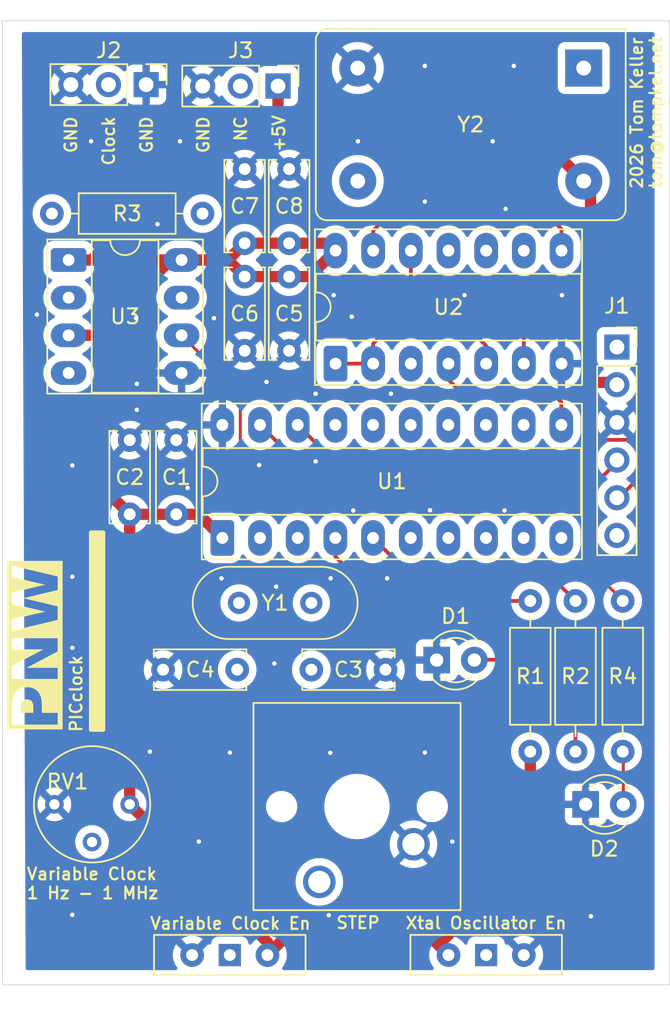
<source format=kicad_pcb>
(kicad_pcb (version 20241229) (generator "pcbnew") (generator_version "9.0")
  (layers (0 "F.Cu" signal) (4 "In1.Cu" signal) (6 "In2.Cu" signal) (2 "B.Cu" signal) (13 "F.Paste" user) (15 "B.Paste" user) (5 "F.SilkS" user "F.Silkscreen") (7 "B.SilkS" user "B.Silkscreen") (1 "F.Mask" user) (3 "B.Mask" user) (25 "Edge.Cuts" user))
  (net 0 "")
  (net 1 "+5V")
  (net 2 "GND")
  (net 3 "Net-(U1-RA4)")
  (net 4 "Net-(U1-RA5)")
  (net 5 "Net-(D1-A)")
  (net 6 "Net-(D2-A)")
  (net 7 "Net-(J1-Pin_5)")
  (net 8 "Net-(J1-Pin_4)")
  (net 10 "Net-(J1-Pin_1)")
  (net 11 "Net-(J2-Pin_2)")
  (net 12 "Net-(U1-RC5)")
  (net 13 "Net-(U3-~{OUT_A})")
  (net 14 "Net-(U3-~{OUT_B})")
  (net 15 "~{STEP_SEL}")
  (net 16 "~{HALT_SEL}")
  (net 17 "Net-(U1-RC4)")
  (net 19 "Net-(U1-RB6)")
  (net 27 "Net-(U2-Pad10)")
  (net 28 "Net-(U2-Pad12)")
  (net 29 "Net-(U2-Pad13)")
  (net 30 "Net-(Y2-OUT)")
  (net 31 "Net-(U3-IN_A)")
  (footprint "Capacitor_THT:C_Disc_D6.0mm_W2.5mm_P5.00mm" (layer "F.Cu") (at 24.422 15.346 -90)
    (property "Reference" "C7" (at 2.5 0 180) (layer "F.SilkS"))
    (property "Value" "10nF")
    (fp_line (start -0.62 1.37) (end -0.62 0.835) (stroke (width 0.12)) (layer "F.SilkS"))
    (fp_line (start 5.62 1.37) (end -0.62 1.37) (stroke (width 0.12)) (layer "F.SilkS"))
    (fp_line (start 5.62 0.835) (end 5.62 1.37) (stroke (width 0.12)) (layer "F.SilkS"))
    (fp_line (start -0.62 -0.835) (end -0.62 -1.37) (stroke (width 0.12)) (layer "F.SilkS"))
    (fp_line (start -0.62 -1.37) (end 5.62 -1.37) (stroke (width 0.12)) (layer "F.SilkS"))
    (fp_line (start 5.62 -1.37) (end 5.62 -0.835) (stroke (width 0.12)) (layer "F.SilkS"))
    (pad "1" thru_hole circle (at 0 0 270) (size 1.6 1.6) (drill 0.8) (layers "*.Cu" "*.Mask") (net 2 "GND"))
    (pad "2" thru_hole circle (at 5 0 270) (size 1.6 1.6) (drill 0.8) (layers "*.Cu" "*.Mask") (net 1 "+5V"))
  )
  (footprint "Capacitor_THT:C_Disc_D6.0mm_W2.5mm_P5.00mm" (layer "F.Cu") (at 24.422 22.596 -90)
    (property "Reference" "C6" (at 2.5 0 0) (layer "F.SilkS"))
    (property "Value" "100nF")
    (fp_line (start -0.62 1.37) (end -0.62 0.835) (stroke (width 0.12)) (layer "F.SilkS"))
    (fp_line (start 5.62 1.37) (end -0.62 1.37) (stroke (width 0.12)) (layer "F.SilkS"))
    (fp_line (start 5.62 0.835) (end 5.62 1.37) (stroke (width 0.12)) (layer "F.SilkS"))
    (fp_line (start -0.62 -0.835) (end -0.62 -1.37) (stroke (width 0.12)) (layer "F.SilkS"))
    (fp_line (start -0.62 -1.37) (end 5.62 -1.37) (stroke (width 0.12)) (layer "F.SilkS"))
    (fp_line (start 5.62 -1.37) (end 5.62 -0.835) (stroke (width 0.12)) (layer "F.SilkS"))
    (pad "1" thru_hole circle (at 0 0 270) (size 1.6 1.6) (drill 0.8) (layers "*.Cu" "*.Mask") (net 1 "+5V"))
    (pad "2" thru_hole circle (at 5 0 270) (size 1.6 1.6) (drill 0.8) (layers "*.Cu" "*.Mask") (net 2 "GND"))
  )
  (footprint "Capacitor_THT:C_Disc_D6.0mm_W2.5mm_P5.00mm" (layer "F.Cu") (at 33.922 49.096 180)
    (property "Reference" "C3" (at 2.5 0 0) (layer "F.SilkS"))
    (property "Value" "22pF")
    (fp_line (start 5.62 1.37) (end -0.62 1.37) (stroke (width 0.12)) (layer "F.SilkS"))
    (fp_line (start 5.62 0.835) (end 5.62 1.37) (stroke (width 0.12)) (layer "F.SilkS"))
    (fp_line (start 5.62 -1.37) (end 5.62 -0.835) (stroke (width 0.12)) (layer "F.SilkS"))
    (fp_line (start -0.62 1.37) (end -0.62 0.835) (stroke (width 0.12)) (layer "F.SilkS"))
    (fp_line (start -0.62 -0.835) (end -0.62 -1.37) (stroke (width 0.12)) (layer "F.SilkS"))
    (fp_line (start -0.62 -1.37) (end 5.62 -1.37) (stroke (width 0.12)) (layer "F.SilkS"))
    (pad "1" thru_hole circle (at 0 0 180) (size 1.6 1.6) (drill 0.8) (layers "*.Cu" "*.Mask") (net 2 "GND"))
    (pad "2" thru_hole circle (at 5 0 180) (size 1.6 1.6) (drill 0.8) (layers "*.Cu" "*.Mask") (net 3 "Net-(U1-RA4)"))
  )
  (footprint "Connector_PinHeader_2.54mm:PinHeader_1x03_P2.54mm_Vertical" (layer "F.Cu") (at 26.675 9.75 -90)
    (property "Reference" "J3" (at -2.4 2.525 180) (layer "F.SilkS"))
    (property "Value" "PWR_IN")
    (fp_line (start -1.38 6.46) (end 1.38 6.46) (stroke (width 0.12)) (layer "F.SilkS"))
    (fp_line (start -1.38 1.27) (end -1.38 6.46) (stroke (width 0.12)) (layer "F.SilkS"))
    (fp_line (start -1.38 1.27) (end 1.38 1.27) (stroke (width 0.12)) (layer "F.SilkS"))
    (fp_line (start 1.38 1.27) (end 1.38 6.46) (stroke (width 0.12)) (layer "F.SilkS"))
    (fp_line (start -1.38 0) (end -1.38 -1.38) (stroke (width 0.12)) (layer "F.SilkS"))
    (fp_line (start -1.38 -1.38) (end 0 -1.38) (stroke (width 0.12)) (layer "F.SilkS"))
    (pad "1" thru_hole rect (at 0 0 270) (size 1.7 1.7) (drill 1) (layers "*.Cu" "*.Mask") (net 1 "+5V"))
    (pad "2" thru_hole circle (at 0 2.54 270) (size 1.7 1.7) (drill 1) (layers "*.Cu" "*.Mask"))
    (pad "3" thru_hole circle (at 0 5.08 270) (size 1.7 1.7) (drill 1) (layers "*.Cu" "*.Mask") (net 2 "GND"))
  )
  (footprint "Resistor_THT:R_Axial_DIN0207_L6.3mm_D2.5mm_P10.16mm_Horizontal" (layer "F.Cu") (at 46.736 44.462 -90)
    (property "Reference" "R2" (at 5.08 0 180) (layer "F.SilkS"))
    (property "Value" "470R")
    (fp_line (start 1.04 0) (end 1.81 0) (stroke (width 0.12)) (layer "F.SilkS"))
    (fp_line (start 9.12 0) (end 8.35 0) (stroke (width 0.12)) (layer "F.SilkS"))
    (fp_rect (start 1.81 -1.37) (end 8.35 1.37) (stroke (width 0.12)) (fill no) (layer "F.SilkS"))
    (pad "1" thru_hole circle (at 0 0 270) (size 1.6 1.6) (drill 0.8) (layers "*.Cu" "*.Mask") (net 12 "Net-(U1-RC5)"))
    (pad "2" thru_hole circle (at 10.16 0 270) (size 1.6 1.6) (drill 0.8) (layers "*.Cu" "*.Mask") (net 5 "Net-(D1-A)"))
  )
  (footprint "Capacitor_THT:C_Disc_D6.0mm_W2.5mm_P5.00mm" (layer "F.Cu") (at 23.922 49.096 180)
    (property "Reference" "C4" (at 2.5 0 0) (layer "F.SilkS"))
    (property "Value" "22pF")
    (fp_line (start 5.62 1.37) (end -0.62 1.37) (stroke (width 0.12)) (layer "F.SilkS"))
    (fp_line (start 5.62 0.835) (end 5.62 1.37) (stroke (width 0.12)) (layer "F.SilkS"))
    (fp_line (start 5.62 -1.37) (end 5.62 -0.835) (stroke (width 0.12)) (layer "F.SilkS"))
    (fp_line (start -0.62 1.37) (end -0.62 0.835) (stroke (width 0.12)) (layer "F.SilkS"))
    (fp_line (start -0.62 -0.835) (end -0.62 -1.37) (stroke (width 0.12)) (layer "F.SilkS"))
    (fp_line (start -0.62 -1.37) (end 5.62 -1.37) (stroke (width 0.12)) (layer "F.SilkS"))
    (pad "1" thru_hole circle (at 0 0 180) (size 1.6 1.6) (drill 0.8) (layers "*.Cu" "*.Mask") (net 4 "Net-(U1-RA5)"))
    (pad "2" thru_hole circle (at 5 0 180) (size 1.6 1.6) (drill 0.8) (layers "*.Cu" "*.Mask") (net 2 "GND"))
  )
  (footprint "Package_DIP:DIP-14_W7.62mm_Socket_LongPads" (layer "F.Cu") (at 30.552 28.466 90)
    (property "Reference" "U2" (at 3.81 7.615 180) (layer "F.SilkS"))
    (property "Value" "74HCT00")
    (fp_line (start 6.06 -1.33) (end 4.81 -1.33) (stroke (width 0.12)) (layer "F.SilkS"))
    (fp_line (start 2.81 -1.33) (end 1.56 -1.33) (stroke (width 0.12)) (layer "F.SilkS"))
    (fp_line (start 1.56 -1.33) (end 1.56 16.57) (stroke (width 0.12)) (layer "F.SilkS"))
    (fp_line (start 6.06 16.57) (end 6.06 -1.33) (stroke (width 0.12)) (layer "F.SilkS"))
    (fp_line (start 1.56 16.57) (end 6.06 16.57) (stroke (width 0.12)) (layer "F.SilkS"))
    (fp_rect (start -1.44 -1.39) (end 9.06 16.63) (stroke (width 0.12)) (fill no) (layer "F.SilkS"))
    (fp_arc (start 4.81 -1.33) (mid 3.81 -0.33) (end 2.81 -1.33) (stroke (width 0.12)) (layer "F.SilkS"))
    (pad "1" thru_hole roundrect (at 0 0 90) (size 2.4 1.6) (drill 0.8) (layers "*.Cu" "*.Mask") (roundrect_rratio 0.15625) (net 16 "~{HALT_SEL}"))
    (pad "2" thru_hole oval (at 0 2.54 90) (size 2.4 1.6) (drill 0.8) (layers "*.Cu" "*.Mask") (net 16 "~{HALT_SEL}"))
    (pad "3" thru_hole oval (at 0 5.08 90) (size 2.4 1.6) (drill 0.8) (layers "*.Cu" "*.Mask") (net 27 "Net-(U2-Pad10)"))
    (pad "4" thru_hole oval (at 0 7.62 90) (size 2.4 1.6) (drill 0.8) (layers "*.Cu" "*.Mask") (net 19 "Net-(U1-RB6)"))
    (pad "5" thru_hole oval (at 0 10.16 90) (size 2.4 1.6) (drill 0.8) (layers "*.Cu" "*.Mask") (net 16 "~{HALT_SEL}"))
    (pad "6" thru_hole oval (at 0 12.7 90) (size 2.4 1.6) (drill 0.8) (layers "*.Cu" "*.Mask") (net 28 "Net-(U2-Pad12)"))
    (pad "7" thru_hole oval (at 0 15.24 90) (size 2.4 1.6) (drill 0.8) (layers "*.Cu" "*.Mask") (net 2 "GND"))
    (pad "8" thru_hole oval (at 7.62 15.24 90) (size 2.4 1.6) (drill 0.8) (layers "*.Cu" "*.Mask") (net 29 "Net-(U2-Pad13)"))
    (pad "9" thru_hole oval (at 7.62 12.7 90) (size 2.4 1.6) (drill 0.8) (layers "*.Cu" "*.Mask") (net 30 "Net-(Y2-OUT)"))
    (pad "10" thru_hole oval (at 7.62 10.16 90) (size 2.4 1.6) (drill 0.8) (layers "*.Cu" "*.Mask") (net 27 "Net-(U2-Pad10)"))
    (pad "11" thru_hole oval (at 7.62 7.62 90) (size 2.4 1.6) (drill 0.8) (layers "*.Cu" "*.Mask") (net 31 "Net-(U3-IN_A)"))
    (pad "12" thru_hole oval (at 7.62 5.08 90) (size 2.4 1.6) (drill 0.8) (layers "*.Cu" "*.Mask") (net 28 "Net-(U2-Pad12)"))
    (pad "13" thru_hole oval (at 7.62 2.54 90) (size 2.4 1.6) (drill 0.8) (layers "*.Cu" "*.Mask") (net 29 "Net-(U2-Pad13)"))
    (pad "14" thru_hole oval (at 7.62 0 90) (size 2.4 1.6) (drill 0.8) (layers "*.Cu" "*.Mask") (net 1 "+5V"))
  )
  (footprint "Potentiometer_THT:Potentiometer_Bourns_3339P_Vertical" (layer "F.Cu") (at 16.672 58.176 90)
    (property "Reference" "RV1" (at 1.526 -4.197 180) (layer "F.SilkS"))
    (property "Value" "10K")
    (fp_circle (center 0 -2.54) (end 3.92 -2.54) (stroke (width 0.12)) (fill no) (layer "F.SilkS"))
    (pad "1" thru_hole circle (at 0 0 90) (size 1.26 1.26) (drill 0.7) (layers "*.Cu" "*.Mask") (net 1 "+5V"))
    (pad "2" thru_hole circle (at -2.54 -2.54 90) (size 1.26 1.26) (drill 0.7) (layers "*.Cu" "*.Mask") (net 8 "Net-(J1-Pin_4)"))
    (pad "3" thru_hole circle (at 0 -5.08 90) (size 1.26 1.26) (drill 0.7) (layers "*.Cu" "*.Mask") (net 2 "GND"))
  )
  (footprint "Capacitor_THT:C_Disc_D6.0mm_W2.5mm_P5.00mm" (layer "F.Cu") (at 19.812 33.62 -90)
    (property "Reference" "C1" (at 2.5 0 180) (layer "F.SilkS"))
    (property "Value" "10nF")
    (fp_line (start -0.62 1.37) (end -0.62 0.835) (stroke (width 0.12)) (layer "F.SilkS"))
    (fp_line (start 5.62 1.37) (end -0.62 1.37) (stroke (width 0.12)) (layer "F.SilkS"))
    (fp_line (start 5.62 0.835) (end 5.62 1.37) (stroke (width 0.12)) (layer "F.SilkS"))
    (fp_line (start -0.62 -0.835) (end -0.62 -1.37) (stroke (width 0.12)) (layer "F.SilkS"))
    (fp_line (start -0.62 -1.37) (end 5.62 -1.37) (stroke (width 0.12)) (layer "F.SilkS"))
    (fp_line (start 5.62 -1.37) (end 5.62 -0.835) (stroke (width 0.12)) (layer "F.SilkS"))
    (pad "1" thru_hole circle (at 0 0 270) (size 1.6 1.6) (drill 0.8) (layers "*.Cu" "*.Mask") (net 2 "GND"))
    (pad "2" thru_hole circle (at 5 0 270) (size 1.6 1.6) (drill 0.8) (layers "*.Cu" "*.Mask") (net 1 "+5V"))
  )
  (footprint "Package_DIP:DIP-8_W7.62mm_Socket_LongPads" (layer "F.Cu") (at 12.552 21.476)
    (property "Reference" "U3" (at 3.81 3.81 0) (layer "F.SilkS"))
    (property "Value" "EL7232CNZ")
    (fp_line (start 1.56 -1.33) (end 1.56 8.95) (stroke (width 0.12)) (layer "F.SilkS"))
    (fp_line (start 1.56 8.95) (end 6.06 8.95) (stroke (width 0.12)) (layer "F.SilkS"))
    (fp_line (start 2.81 -1.33) (end 1.56 -1.33) (stroke (width 0.12)) (layer "F.SilkS"))
    (fp_line (start 6.06 -1.33) (end 4.81 -1.33) (stroke (width 0.12)) (layer "F.SilkS"))
    (fp_line (start 6.06 8.95) (end 6.06 -1.33) (stroke (width 0.12)) (layer "F.SilkS"))
    (fp_rect (start -1.44 -1.39) (end 9.06 9.01) (stroke (width 0.12)) (fill no) (layer "F.SilkS"))
    (fp_arc (start 4.81 -1.33) (mid 3.81 -0.33) (end 2.81 -1.33) (stroke (width 0.12)) (layer "F.SilkS"))
    (pad "1" thru_hole roundrect (at 0 0) (size 2.4 1.6) (drill 0.8) (layers "*.Cu" "*.Mask") (roundrect_rratio 0.15625) (net 1 "+5V"))
    (pad "2" thru_hole oval (at 0 2.54) (size 2.4 1.6) (drill 0.8) (layers "*.Cu" "*.Mask") (net 31 "Net-(U3-IN_A)"))
    (pad "3" thru_hole oval (at 0 5.08) (size 2.4 1.6) (drill 0.8) (layers "*.Cu" "*.Mask") (net 1 "+5V"))
    (pad "4" thru_hole oval (at 0 7.62) (size 2.4 1.6) (drill 0.8) (layers "*.Cu" "*.Mask") (net 31 "Net-(U3-IN_A)"))
    (pad "5" thru_hole oval (at 7.62 7.62) (size 2.4 1.6) (drill 0.8) (layers "*.Cu" "*.Mask") (net 2 "GND"))
    (pad "6" thru_hole oval (at 7.62 5.08) (size 2.4 1.6) (drill 0.8) (layers "*.Cu" "*.Mask") (net 14 "Net-(U3-~{OUT_B})"))
    (pad "7" thru_hole oval (at 7.62 2.54) (size 2.4 1.6) (drill 0.8) (layers "*.Cu" "*.Mask") (net 13 "Net-(U3-~{OUT_A})"))
    (pad "8" thru_hole oval (at 7.62 0) (size 2.4 1.6) (drill 0.8) (layers "*.Cu" "*.Mask") (net 1 "+5V"))
  )
  (footprint "Oscillator:Oscillator_DIP-14_LargePads" (layer "F.Cu") (at 47.292 8.536 180)
    (property "Reference" "Y2" (at 7.62 -3.81 0) (layer "F.SilkS"))
    (property "Value" "CXO_DIP14")
    (fp_line (start 18.07 1.89) (end 18.07 -9.51) (stroke (width 0.12)) (layer "F.SilkS"))
    (fp_line (start 17.32 -10.26) (end -2.08 -10.26) (stroke (width 0.12)) (layer "F.SilkS"))
    (fp_line (start -2.83 2.64) (end 17.32 2.64) (stroke (width 0.12)) (layer "F.SilkS"))
    (fp_line (start -2.83 -9.51) (end -2.83 2.64) (stroke (width 0.12)) (layer "F.SilkS"))
    (fp_arc (start 18.07 1.89) (mid 17.85033 2.42033) (end 17.32 2.64) (stroke (width 0.12)) (layer "F.SilkS"))
    (fp_arc (start 17.32 -10.26) (mid 17.85033 -10.04033) (end 18.07 -9.51) (stroke (width 0.12)) (layer "F.SilkS"))
    (fp_arc (start -2.83 -9.51) (mid -2.61033 -10.04033) (end -2.08 -10.26) (stroke (width 0.12)) (layer "F.SilkS"))
    (pad "1" thru_hole rect (at 0 0 180) (size 2.5 2.5) (drill 1) (layers "*.Cu" "*.Mask") (net 16 "~{HALT_SEL}"))
    (pad "7" thru_hole circle (at 15.24 0 180) (size 2.5 2.5) (drill 1) (layers "*.Cu" "*.Mask") (net 2 "GND"))
    (pad "8" thru_hole circle (at 15.24 -7.62 180) (size 2.5 2.5) (drill 1) (layers "*.Cu" "*.Mask") (net 30 "Net-(Y2-OUT)"))
    (pad "14" thru_hole circle (at 0 -7.62 180) (size 2.5 2.5) (drill 1) (layers "*.Cu" "*.Mask") (net 1 "+5V"))
  )
  (footprint "Button_Switch_THT:SW_Slide-03_Wuerth-WS-SLTV_10x2.5x6.4_P2.54mm" (layer "F.Cu") (at 23.422 68.338)
    (property "Reference" "SW1" (hide yes))
    (property "Value" "VAR/STEP")
    (fp_rect (start -5.11 -1.36) (end 5.11 1.36) (stroke (width 0.12)) (fill no) (layer "F.SilkS"))
    (pad "1" thru_hole rect (at 0 0) (size 1.5 1.5) (drill 0.8) (layers "*.Cu" "*.Mask") (net 15 "~{STEP_SEL}"))
    (pad "2" thru_hole circle (at -2.54 0) (size 1.6 1.6) (drill 0.8) (layers "*.Cu" "*.Mask") (net 2 "GND"))
    (pad "3" thru_hole circle (at 2.54 0) (size 1.6 1.6) (drill 0.8) (layers "*.Cu" "*.Mask") (net 1 "+5V"))
  )
  (footprint "Connector_PinHeader_2.54mm:PinHeader_1x03_P2.54mm_Vertical" (layer "F.Cu") (at 17.78 9.652 -90)
    (property "Reference" "J2" (at -2.302 2.53 180) (layer "F.SilkS"))
    (property "Value" "CLK_OUT")
    (fp_line (start -1.38 6.46) (end 1.38 6.46) (stroke (width 0.12)) (layer "F.SilkS"))
    (fp_line (start -1.38 1.27) (end -1.38 6.46) (stroke (width 0.12)) (layer "F.SilkS"))
    (fp_line (start -1.38 1.27) (end 1.38 1.27) (stroke (width 0.12)) (layer "F.SilkS"))
    (fp_line (start 1.38 1.27) (end 1.38 6.46) (stroke (width 0.12)) (layer "F.SilkS"))
    (fp_line (start -1.38 0) (end -1.38 -1.38) (stroke (width 0.12)) (layer "F.SilkS"))
    (fp_line (start -1.38 -1.38) (end 0 -1.38) (stroke (width 0.12)) (layer "F.SilkS"))
    (pad "1" thru_hole rect (at 0 0 270) (size 1.7 1.7) (drill 1) (layers "*.Cu" "*.Mask") (net 2 "GND"))
    (pad "2" thru_hole circle (at 0 2.54 270) (size 1.7 1.7) (drill 1) (layers "*.Cu" "*.Mask") (net 11 "Net-(J2-Pin_2)"))
    (pad "3" thru_hole circle (at 0 5.08 270) (size 1.7 1.7) (drill 1) (layers "*.Cu" "*.Mask") (net 2 "GND"))
  )
  (footprint "Resistor_THT:R_Axial_DIN0207_L6.3mm_D2.5mm_P10.16mm_Horizontal" (layer "F.Cu") (at 11.422 18.346)
    (property "Reference" "R3" (at 5.08 0 0) (layer "F.SilkS"))
    (property "Value" "47R")
    (fp_line (start 1.04 0) (end 1.81 0) (stroke (width 0.12)) (layer "F.SilkS"))
    (fp_line (start 9.12 0) (end 8.35 0) (stroke (width 0.12)) (layer "F.SilkS"))
    (fp_rect (start 1.81 -1.37) (end 8.35 1.37) (stroke (width 0.12)) (fill no) (layer "F.SilkS"))
    (pad "1" thru_hole circle (at 0 0) (size 1.6 1.6) (drill 0.8) (layers "*.Cu" "*.Mask") (net 11 "Net-(J2-Pin_2)"))
    (pad "2" thru_hole circle (at 10.16 0) (size 1.6 1.6) (drill 0.8) (layers "*.Cu" "*.Mask") (net 13 "Net-(U3-~{OUT_A})"))
  )
  (footprint "Connector_PinSocket_2.54mm:PinSocket_1x06_P2.54mm_Vertical" (layer "F.Cu") (at 49.53 27.346)
    (property "Reference" "J1" (at 0 -2.77 0) (layer "F.SilkS"))
    (property "Value" "ICSP")
    (fp_line (start -1.33 1.27) (end -1.33 14.03) (stroke (width 0.12)) (layer "F.SilkS"))
    (fp_line (start -1.33 1.27) (end 1.33 1.27) (stroke (width 0.12)) (layer "F.SilkS"))
    (fp_line (start -1.33 14.03) (end 1.33 14.03) (stroke (width 0.12)) (layer "F.SilkS"))
    (fp_line (start 0 -1.33) (end 1.33 -1.33) (stroke (width 0.12)) (layer "F.SilkS"))
    (fp_line (start 1.33 -1.33) (end 1.33 0) (stroke (width 0.12)) (layer "F.SilkS"))
    (fp_line (start 1.33 1.27) (end 1.33 14.03) (stroke (width 0.12)) (layer "F.SilkS"))
    (pad "1" thru_hole rect (at 0 0) (size 1.7 1.7) (drill 1) (layers "*.Cu" "*.Mask") (net 10 "Net-(J1-Pin_1)"))
    (pad "2" thru_hole circle (at 0 2.54) (size 1.7 1.7) (drill 1) (layers "*.Cu" "*.Mask") (net 1 "+5V"))
    (pad "3" thru_hole circle (at 0 5.08) (size 1.7 1.7) (drill 1) (layers "*.Cu" "*.Mask") (net 2 "GND"))
    (pad "4" thru_hole circle (at 0 7.62) (size 1.7 1.7) (drill 1) (layers "*.Cu" "*.Mask") (net 8 "Net-(J1-Pin_4)"))
    (pad "5" thru_hole circle (at 0 10.16) (size 1.7 1.7) (drill 1) (layers "*.Cu" "*.Mask") (net 7 "Net-(J1-Pin_5)"))
    (pad "6" thru_hole circle (at 0 12.7) (size 1.7 1.7) (drill 1) (layers "*.Cu" "*.Mask"))
  )
  (footprint "Resistor_THT:R_Axial_DIN0207_L6.3mm_D2.5mm_P10.16mm_Horizontal" (layer "F.Cu") (at 43.688 54.622 90)
    (property "Reference" "R1" (at 5.08 0 180) (layer "F.SilkS"))
    (property "Value" "10k")
    (fp_line (start 9.12 0) (end 8.35 0) (stroke (width 0.12)) (layer "F.SilkS"))
    (fp_line (start 1.04 0) (end 1.81 0) (stroke (width 0.12)) (layer "F.SilkS"))
    (fp_rect (start 1.81 -1.37) (end 8.35 1.37) (stroke (width 0.12)) (fill no) (layer "F.SilkS"))
    (pad "1" thru_hole circle (at 0 0 90) (size 1.6 1.6) (drill 0.8) (layers "*.Cu" "*.Mask") (net 1 "+5V"))
    (pad "2" thru_hole circle (at 10.16 0 90) (size 1.6 1.6) (drill 0.8) (layers "*.Cu" "*.Mask") (net 10 "Net-(J1-Pin_1)"))
  )
  (footprint "LED_THT:LED_D3.0mm_FlatTop" (layer "F.Cu") (at 47.422 58.176)
    (property "Reference" "D2" (at 1.25 3 0) (layer "F.SilkS"))
    (property "Value" "LED")
    (fp_line (start -0.29 -1.236) (end -0.29 -1.08) (stroke (width 0.12)) (layer "F.SilkS"))
    (fp_line (start -0.29 1.08) (end -0.29 1.236) (stroke (width 0.12)) (layer "F.SilkS"))
    (fp_arc (start -0.29 -1.235516) (mid 1.36566 -1.987699) (end 2.941437 -1.08) (stroke (width 0.12)) (layer "F.SilkS"))
    (fp_arc (start 0.229039 -1.08) (mid 1.27 -1.5) (end 2.310961 -1.08) (stroke (width 0.12)) (layer "F.SilkS"))
    (fp_arc (start 2.310961 1.08) (mid 1.27 1.5) (end 0.229039 1.08) (stroke (width 0.12)) (layer "F.SilkS"))
    (fp_arc (start 2.941437 1.08) (mid 1.36566 1.987699) (end -0.29 1.235516) (stroke (width 0.12)) (layer "F.SilkS"))
    (pad "1" thru_hole rect (at 0 0) (size 1.8 1.8) (drill 0.9) (layers "*.Cu" "*.Mask") (net 2 "GND"))
    (pad "2" thru_hole circle (at 2.54 0) (size 1.8 1.8) (drill 0.9) (layers "*.Cu" "*.Mask") (net 6 "Net-(D2-A)"))
  )
  (footprint "LED_THT:LED_D3.0mm_FlatTop" (layer "F.Cu") (at 37.375 48.45)
    (property "Reference" "D1" (at 1.27 -2.96 0) (layer "F.SilkS"))
    (property "Value" "LED")
    (fp_line (start -0.29 -1.236) (end -0.29 -1.08) (stroke (width 0.12)) (layer "F.SilkS"))
    (fp_line (start -0.29 1.08) (end -0.29 1.236) (stroke (width 0.12)) (layer "F.SilkS"))
    (fp_arc (start -0.29 -1.235516) (mid 1.36566 -1.987699) (end 2.941437 -1.08) (stroke (width 0.12)) (layer "F.SilkS"))
    (fp_arc (start 0.229039 -1.08) (mid 1.27 -1.5) (end 2.310961 -1.08) (stroke (width 0.12)) (layer "F.SilkS"))
    (fp_arc (start 2.310961 1.08) (mid 1.27 1.5) (end 0.229039 1.08) (stroke (width 0.12)) (layer "F.SilkS"))
    (fp_arc (start 2.941437 1.08) (mid 1.36566 1.987699) (end -0.29 1.235516) (stroke (width 0.12)) (layer "F.SilkS"))
    (pad "1" thru_hole rect (at 0 0) (size 1.8 1.8) (drill 0.9) (layers "*.Cu" "*.Mask") (net 2 "GND"))
    (pad "2" thru_hole circle (at 2.54 0) (size 1.8 1.8) (drill 0.9) (layers "*.Cu" "*.Mask") (net 5 "Net-(D1-A)"))
  )
  (footprint "Capacitor_THT:C_Disc_D6.0mm_W2.5mm_P5.00mm" (layer "F.Cu") (at 27.422 27.596 90)
    (property "Reference" "C5" (at 2.5 0 0) (layer "F.SilkS"))
    (property "Value" "10nF")
    (fp_line (start 5.62 -1.37) (end 5.62 -0.835) (stroke (width 0.12)) (layer "F.SilkS"))
    (fp_line (start -0.62 -1.37) (end 5.62 -1.37) (stroke (width 0.12)) (layer "F.SilkS"))
    (fp_line (start -0.62 -0.835) (end -0.62 -1.37) (stroke (width 0.12)) (layer "F.SilkS"))
    (fp_line (start 5.62 0.835) (end 5.62 1.37) (stroke (width 0.12)) (layer "F.SilkS"))
    (fp_line (start 5.62 1.37) (end -0.62 1.37) (stroke (width 0.12)) (layer "F.SilkS"))
    (fp_line (start -0.62 1.37) (end -0.62 0.835) (stroke (width 0.12)) (layer "F.SilkS"))
    (pad "1" thru_hole circle (at 0 0 90) (size 1.6 1.6) (drill 0.8) (layers "*.Cu" "*.Mask") (net 2 "GND"))
    (pad "2" thru_hole circle (at 5 0 90) (size 1.6 1.6) (drill 0.8) (layers "*.Cu" "*.Mask") (net 1 "+5V"))
  )
  (footprint "Capacitor_THT:C_Disc_D6.0mm_W2.5mm_P5.00mm" (layer "F.Cu") (at 27.422 20.346 90)
    (property "Reference" "C8" (at 2.5 0 180) (layer "F.SilkS"))
    (property "Value" "100nF")
    (fp_line (start 5.62 -1.37) (end 5.62 -0.835) (stroke (width 0.12)) (layer "F.SilkS"))
    (fp_line (start -0.62 -1.37) (end 5.62 -1.37) (stroke (width 0.12)) (layer "F.SilkS"))
    (fp_line (start -0.62 -0.835) (end -0.62 -1.37) (stroke (width 0.12)) (layer "F.SilkS"))
    (fp_line (start 5.62 0.835) (end 5.62 1.37) (stroke (width 0.12)) (layer "F.SilkS"))
    (fp_line (start 5.62 1.37) (end -0.62 1.37) (stroke (width 0.12)) (layer "F.SilkS"))
    (fp_line (start -0.62 1.37) (end -0.62 0.835) (stroke (width 0.12)) (layer "F.SilkS"))
    (pad "1" thru_hole circle (at 0 0 90) (size 1.6 1.6) (drill 0.8) (layers "*.Cu" "*.Mask") (net 1 "+5V"))
    (pad "2" thru_hole circle (at 5 0 90) (size 1.6 1.6) (drill 0.8) (layers "*.Cu" "*.Mask") (net 2 "GND"))
  )
  (footprint "Button_Switch_THT:SW_Slide-03_Wuerth-WS-SLTV_10x2.5x6.4_P2.54mm" (layer "F.Cu") (at 40.712 68.338)
    (property "Reference" "SW2" (hide yes))
    (property "Value" "HS/[VAR/STEP]")
    (fp_rect (start -5.11 -1.36) (end 5.11 1.36) (stroke (width 0.12)) (fill no) (layer "F.SilkS"))
    (pad "1" thru_hole rect (at 0 0) (size 1.5 1.5) (drill 0.8) (layers "*.Cu" "*.Mask") (net 16 "~{HALT_SEL}"))
    (pad "2" thru_hole circle (at -2.54 0) (size 1.6 1.6) (drill 0.8) (layers "*.Cu" "*.Mask") (net 1 "+5V"))
    (pad "3" thru_hole circle (at 2.54 0) (size 1.6 1.6) (drill 0.8) (layers "*.Cu" "*.Mask") (net 2 "GND"))
  )
  (footprint "Button_Switch_Keyboard:SW_Cherry_MX_1.00u_PCB" (layer "F.Cu") (at 29.46 63.405 180)
    (property "Reference" "SW3" (hide yes))
    (property "Value" "STEP")
    (fp_line (start 4.445 12.065) (end -9.525 12.065) (stroke (width 0.12)) (layer "F.SilkS"))
    (fp_line (start 4.445 -1.905) (end 4.445 12.065) (stroke (width 0.12)) (layer "F.SilkS"))
    (fp_line (start -9.525 12.065) (end -9.525 -1.905) (stroke (width 0.12)) (layer "F.SilkS"))
    (fp_line (start -9.525 -1.905) (end 4.445 -1.905) (stroke (width 0.12)) (layer "F.SilkS"))
    (pad "" np_thru_hole circle (at -7.62 5.08 180) (size 1.7 1.7) (drill 1.7) (layers "*.Cu" "*.Mask"))
    (pad "" np_thru_hole circle (at -2.54 5.08 180) (size 4 4) (drill 4) (layers "*.Cu" "*.Mask"))
    (pad "" np_thru_hole circle (at 2.54 5.08 180) (size 1.7 1.7) (drill 1.7) (layers "*.Cu" "*.Mask"))
    (pad "1" thru_hole circle (at 0 0 180) (size 2.2 2.2) (drill 1.5) (layers "*.Cu" "*.Mask") (net 17 "Net-(U1-RC4)"))
    (pad "2" thru_hole circle (at -6.35 2.54 180) (size 2.2 2.2) (drill 1.5) (layers "*.Cu" "*.Mask") (net 2 "GND"))
  )
  (footprint "Package_DIP:DIP-20_W7.62mm_Socket_LongPads" (layer "F.Cu") (at 22.922 40.216 90)
    (property "Reference" "U1" (at 3.81 11.43 180) (layer "F.SilkS"))
    (property "Value" "PIC16F18344-P")
    (fp_line (start 6.06 -1.33) (end 4.81 -1.33) (stroke (width 0.12)) (layer "F.SilkS"))
    (fp_line (start 2.81 -1.33) (end 1.56 -1.33) (stroke (width 0.12)) (layer "F.SilkS"))
    (fp_line (start 1.56 -1.33) (end 1.56 24.19) (stroke (width 0.12)) (layer "F.SilkS"))
    (fp_line (start 6.06 24.19) (end 6.06 -1.33) (stroke (width 0.12)) (layer "F.SilkS"))
    (fp_line (start 1.56 24.19) (end 6.06 24.19) (stroke (width 0.12)) (layer "F.SilkS"))
    (fp_rect (start -1.44 -1.39) (end 9.06 24.25) (stroke (width 0.12)) (fill no) (layer "F.SilkS"))
    (fp_arc (start 4.81 -1.33) (mid 3.81 -0.33) (end 2.81 -1.33) (stroke (width 0.12)) (layer "F.SilkS"))
    (pad "1" thru_hole roundrect (at 0 0 90) (size 2.4 1.6) (drill 0.8) (layers "*.Cu" "*.Mask") (roundrect_rratio 0.15625) (net 1 "+5V"))
    (pad "2" thru_hole oval (at 0 2.54 90) (size 2.4 1.6) (drill 0.8) (layers "*.Cu" "*.Mask") (net 4 "Net-(U1-RA5)"))
    (pad "3" thru_hole oval (at 0 5.08 90) (size 2.4 1.6) (drill 0.8) (layers "*.Cu" "*.Mask") (net 3 "Net-(U1-RA4)"))
    (pad "4" thru_hole oval (at 0 7.62 90) (size 2.4 1.6) (drill 0.8) (layers "*.Cu" "*.Mask") (net 10 "Net-(J1-Pin_1)"))
    (pad "5" thru_hole oval (at 0 10.16 90) (size 2.4 1.6) (drill 0.8) (layers "*.Cu" "*.Mask") (net 12 "Net-(U1-RC5)"))
    (pad "6" thru_hole oval (at 0 12.7 90) (size 2.4 1.6) (drill 0.8) (layers "*.Cu" "*.Mask") (net 17 "Net-(U1-RC4)"))
    (pad "7" thru_hole oval (at 0 15.24 90) (size 2.4 1.6) (drill 0.8) (layers "*.Cu" "*.Mask") (net 15 "~{STEP_SEL}"))
    (pad "8" thru_hole oval (at 0 17.78 90) (size 2.4 1.6) (drill 0.8) (layers "*.Cu" "*.Mask") (net 16 "~{HALT_SEL}"))
    (pad "9" thru_hole oval (at 0 20.32 90) (size 2.4 1.6) (drill 0.8) (layers "*.Cu" "*.Mask"))
    (pad "10" thru_hole oval (at 0 22.86 90) (size 2.4 1.6) (drill 0.8) (layers "*.Cu" "*.Mask"))
    (pad "11" thru_hole oval (at 7.62 22.86 90) (size 2.4 1.6) (drill 0.8) (layers "*.Cu" "*.Mask") (net 19 "Net-(U1-RB6)"))
    (pad "12" thru_hole oval (at 7.62 20.32 90) (size 2.4 1.6) (drill 0.8) (layers "*.Cu" "*.Mask"))
    (pad "13" thru_hole oval (at 7.62 17.78 90) (size 2.4 1.6) (drill 0.8) (layers "*.Cu" "*.Mask"))
    (pad "14" thru_hole oval (at 7.62 15.24 90) (size 2.4 1.6) (drill 0.8) (layers "*.Cu" "*.Mask"))
    (pad "15" thru_hole oval (at 7.62 12.7 90) (size 2.4 1.6) (drill 0.8) (layers "*.Cu" "*.Mask"))
    (pad "16" thru_hole oval (at 7.62 10.16 90) (size 2.4 1.6) (drill 0.8) (layers "*.Cu" "*.Mask"))
    (pad "17" thru_hole oval (at 7.62 7.62 90) (size 2.4 1.6) (drill 0.8) (layers "*.Cu" "*.Mask"))
    (pad "18" thru_hole oval (at 7.62 5.08 90) (size 2.4 1.6) (drill 0.8) (layers "*.Cu" "*.Mask") (net 7 "Net-(J1-Pin_5)"))
    (pad "19" thru_hole oval (at 7.62 2.54 90) (size 2.4 1.6) (drill 0.8) (layers "*.Cu" "*.Mask") (net 8 "Net-(J1-Pin_4)"))
    (pad "20" thru_hole oval (at 7.62 0 90) (size 2.4 1.6) (drill 0.8) (layers "*.Cu" "*.Mask") (net 2 "GND"))
  )
  (footprint "Resistor_THT:R_Axial_DIN0207_L6.3mm_D2.5mm_P10.16mm_Horizontal" (layer "F.Cu") (at 49.922 44.462 -90)
    (property "Reference" "R4" (at 5.08 0 180) (layer "F.SilkS"))
    (property "Value" "470R")
    (fp_line (start 1.04 0) (end 1.81 0) (stroke (width 0.12)) (layer "F.SilkS"))
    (fp_line (start 9.12 0) (end 8.35 0) (stroke (width 0.12)) (layer "F.SilkS"))
    (fp_rect (start 1.81 -1.37) (end 8.35 1.37) (stroke (width 0.12)) (fill no) (layer "F.SilkS"))
    (pad "1" thru_hole circle (at 0 0 270) (size 1.6 1.6) (drill 0.8) (layers "*.Cu" "*.Mask") (net 14 "Net-(U3-~{OUT_B})"))
    (pad "2" thru_hole circle (at 10.16 0 270) (size 1.6 1.6) (drill 0.8) (layers "*.Cu" "*.Mask") (net 6 "Net-(D2-A)"))
  )
  (footprint "Capacitor_THT:C_Disc_D6.0mm_W2.5mm_P5.00mm" (layer "F.Cu") (at 16.672 38.62 90)
    (property "Reference" "C2" (at 2.5 0 180) (layer "F.SilkS"))
    (property "Value" "100nF")
    (fp_line (start 5.62 -1.37) (end 5.62 -0.835) (stroke (width 0.12)) (layer "F.SilkS"))
    (fp_line (start -0.62 -1.37) (end 5.62 -1.37) (stroke (width 0.12)) (layer "F.SilkS"))
    (fp_line (start -0.62 -0.835) (end -0.62 -1.37) (stroke (width 0.12)) (layer "F.SilkS"))
    (fp_line (start 5.62 0.835) (end 5.62 1.37) (stroke (width 0.12)) (layer "F.SilkS"))
    (fp_line (start 5.62 1.37) (end -0.62 1.37) (stroke (width 0.12)) (layer "F.SilkS"))
    (fp_line (start -0.62 1.37) (end -0.62 0.835) (stroke (width 0.12)) (layer "F.SilkS"))
    (pad "1" thru_hole circle (at 0 0 90) (size 1.6 1.6) (drill 0.8) (layers "*.Cu" "*.Mask") (net 1 "+5V"))
    (pad "2" thru_hole circle (at 5 0 90) (size 1.6 1.6) (drill 0.8) (layers "*.Cu" "*.Mask") (net 2 "GND"))
  )
  (footprint "Crystal:Crystal_HC49-U_Vertical" (layer "F.Cu") (at 24.042 44.596)
    (property "Reference" "Y1" (at 2.44 0 0) (layer "F.SilkS"))
    (property "Value" "25MHz")
    (fp_line (start -0.685 -2.435) (end 5.565 -2.435) (stroke (width 0.12)) (layer "F.SilkS"))
    (fp_line (start 5.565 2.435) (end -0.685 2.435) (stroke (width 0.12)) (layer "F.SilkS"))
    (fp_arc (start -0.685 2.435) (mid -3.12 0) (end -0.685 -2.435) (stroke (width 0.12)) (layer "F.SilkS"))
    (fp_arc (start 5.565 -2.435) (mid 8 0) (end 5.565 2.435) (stroke (width 0.12)) (layer "F.SilkS"))
    (pad "1" thru_hole circle (at 0 0) (size 1.5 1.5) (drill 0.8) (layers "*.Cu" "*.Mask") (net 4 "Net-(U1-RA5)"))
    (pad "2" thru_hole circle (at 4.88 0) (size 1.5 1.5) (drill 0.8) (layers "*.Cu" "*.Mask") (net 3 "Net-(U1-RA4)"))
  )
  (gr_poly (pts (xy 36.275 59.225) (xy 36.825 59.525) (xy 36.75 59.475) (xy 36.275 59.225)) (stroke (width 0.2)) (fill yes) (layer "B.Cu") (net 2))
  (gr_rect (start 8.086 5.346) (end 53.086 70.346) (stroke (width 0.05)) (fill no) (layer "Edge.Cuts"))
  (gr_text "Variable Clock En" (at 17.975 66.675 0) (layer "F.SilkS") (effects (font (size 0.8 0.8) (thickness 0.15) (bold yes)) (justify left bottom)))
  (gr_text "Clock" (at 15.725 15.191191 90) (layer "F.SilkS") (effects (font (size 0.8 0.8) (thickness 0.15) (bold yes)) (justify left bottom)))
  (gr_text "PICclock" (at 13.525 53.383105 90) (layer "F.SilkS") (effects (font (size 0.8 0.8) (thickness 0.15) (bold yes)) (justify left bottom)))
  (gr_text "GND" (at 18.275 14.353095 90) (layer "F.SilkS") (effects (font (size 0.8 0.8) (thickness 0.15) (bold yes)) (justify left bottom)))
  (gr_text "Xtal Oscillator En" (at 35.2 66.65 0) (layer "F.SilkS") (effects (font (size 0.8 0.8) (thickness 0.15) (bold yes)) (justify left bottom)))
  (gr_text "NC" (at 24.625 13.553095 90) (layer "F.SilkS") (effects (font (size 0.8 0.8) (thickness 0.15) (bold yes)) (justify left bottom)))
  (gr_text "STEP" (at 30.525 66.625 0) (layer "F.SilkS") (effects (font (size 0.8 0.8) (thickness 0.15) (bold yes)) (justify left bottom)))
  (gr_text "GND" (at 22.1 14.353095 90) (layer "F.SilkS") (effects (font (size 0.8 0.8) (thickness 0.15) (bold yes)) (justify left bottom)))
  (gr_text "Variable Clock\n1 Hz - 1 MHz" (at 9.65 64.625 0) (layer "F.SilkS") (effects (font (size 0.8 0.8) (thickness 0.15) (bold yes)) (justify left bottom)))
  (gr_text "+5V" (at 27.2 11.625 90) (layer "F.SilkS") (effects (font (size 0.8 0.8) (thickness 0.15) (bold yes)) (justify right bottom)))
  (gr_text "2026 Tom Keller\ntom@tompkel.net" (at 52.625 16.75 90) (layer "F.SilkS") (effects (font (size 0.8 0.8) (thickness 0.15) (bold yes)) (justify left bottom)))
  (gr_text "PNW" (at 12.325 53.183105 90) (layer "F.SilkS" knockout) (effects (font (size 3 3) (thickness 0.5) (italic yes)) (justify left bottom)))
  (gr_text "GND" (at 13.175 14.353095 90) (layer "F.SilkS") (effects (font (size 0.8 0.8) (thickness 0.15) (bold yes)) (justify left bottom)))
  (segment (start 24.422 22.596) (end 27.422 22.596) (width 0.762) (layer "F.Cu") (net 1))
  (segment (start 30.052 20.346) (end 30.552 20.846) (width 0.762) (layer "F.Cu") (net 1))
  (segment (start 14.986 27.192) (end 14.35 26.556) (width 0.762) (layer "F.Cu") (net 1))
  (segment (start 21.326 38.62) (end 22.922 40.216) (width 0.762) (layer "F.Cu") (net 1))
  (segment (start 47.752 29.476) (end 47.752 16.616) (width 0.762) (layer "F.Cu") (net 1))
  (segment (start 24.422 20.346) (end 27.422 20.346) (width 0.762) (layer "F.Cu") (net 1))
  (segment (start 16.672 58.176) (end 16.672 38.62) (width 0.762) (layer "F.Cu") (net 1))
  (segment (start 48.006 29.73) (end 47.752 29.476) (width 0.762) (layer "F.Cu") (net 1))
  (segment (start 27.422 22.596) (end 28.802 22.596) (width 0.762) (layer "F.Cu") (net 1))
  (segment (start 25.962 68.338) (end 25.962 67.466) (width 0.762) (layer "F.Cu") (net 1))
  (segment (start 25.962 68.338) (end 26.95 67.35) (width 0.762) (layer "F.Cu") (net 1))
  (segment (start 37.492 67.658) (end 43.688 61.462) (width 0.762) (layer "F.Cu") (net 1))
  (segment (start 12.552 21.476) (end 20.172 21.476) (width 0.762) (layer "F.Cu") (net 1))
  (segment (start 16.672 38.62) (end 19.812 38.62) (width 0.762) (layer "F.Cu") (net 1))
  (segment (start 19.43 21.476) (end 14.35 26.556) (width 0.762) (layer "F.Cu") (net 1))
  (segment (start 19.812 38.62) (end 21.326 38.62) (width 0.762) (layer "F.Cu") (net 1))
  (segment (start 23.292 21.476) (end 24.422 20.346) (width 0.762) (layer "F.Cu") (net 1))
  (segment (start 20.172 21.476) (end 23.292 21.476) (width 0.762) (layer "F.Cu") (net 1))
  (segment (start 14.096 21.476) (end 12.552 21.476) (width 0.762) (layer "F.Cu") (net 1))
  (segment (start 43.34 12.204) (end 26.675 12.204) (width 0.762) (layer "F.Cu") (net 1))
  (segment (start 26.95 67.35) (end 37.184 67.35) (width 0.762) (layer "F.Cu") (net 1))
  (segment (start 16.672 38.62) (end 14.986 36.934) (width 0.762) (layer "F.Cu") (net 1))
  (segment (start 43.688 61.462) (end 43.688 54.622) (width 0.762) (layer "F.Cu") (net 1))
  (segment (start 14.35 26.556) (end 12.552 26.556) (width 0.762) (layer "F.Cu") (net 1))
  (segment (start 20.172 21.476) (end 23.302 21.476) (width 0.762) (layer "F.Cu") (net 1))
  (segment (start 47.752 16.616) (end 47.292 16.156) (width 0.762) (layer "F.Cu") (net 1))
  (segment (start 25.962 67.466) (end 16.672 58.176) (width 0.762) (layer "F.Cu") (net 1))
  (segment (start 47.292 16.156) (end 43.34 12.204) (width 0.762) (layer "F.Cu") (net 1))
  (segment (start 23.368 12.204) (end 14.096 21.476) (width 0.762) (layer "F.Cu") (net 1))
  (segment (start 49.672 29.886) (end 49.516 29.73) (width 0.762) (layer "F.Cu") (net 1))
  (segment (start 23.302 21.476) (end 24.422 22.596) (width 0.762) (layer "F.Cu") (net 1))
  (segment (start 37.184 67.35) (end 38.172 68.338) (width 0.762) (layer "F.Cu") (net 1))
  (segment (start 14.986 36.934) (end 14.986 27.192) (width 0.762) (layer "F.Cu") (net 1))
  (segment (start 49.516 29.73) (end 48.006 29.73) (width 0.762) (layer "F.Cu") (net 1))
  (segment (start 38.172 68.338) (end 37.492 67.658) (width 0.762) (layer "F.Cu") (net 1))
  (segment (start 26.675 9.75) (end 26.675 12.204) (width 0.762) (layer "F.Cu") (net 1))
  (segment (start 26.675 12.204) (end 23.368 12.204) (width 0.762) (layer "F.Cu") (net 1))
  (segment (start 27.422 20.346) (end 30.052 20.346) (width 0.762) (layer "F.Cu") (net 1))
  (segment (start 28.802 22.596) (end 30.552 20.846) (width 0.762) (layer "F.Cu") (net 1))
  (segment (start 25.962 68.338) (end 26.25 68.05) (width 0.762) (layer "F.Cu") (net 1))
  (segment (start 20.172 21.476) (end 19.43 21.476) (width 0.762) (layer "F.Cu") (net 1))
  (via (at 30.1 65.65) (size 0.61) (drill 0.3) (layers "F.Cu" "B.Cu") (net 2))
  (via (at 20.574 36.842) (size 0.61) (drill 0.3) (layers "F.Cu" "B.Cu") (net 2))
  (via (at 12.8 35.325) (size 0.61) (drill 0.3) (layers "F.Cu" "B.Cu") (net 2))
  (via (at 25.4 35.306) (size 0.61) (drill 0.3) (layers "F.Cu" "B.Cu") (net 2))
  (via (at 31.75 38.366) (size 0.61) (drill 0.3) (layers "F.Cu" "B.Cu") (net 2))
  (via (at 29.21 35.052) (size 0.61) (drill 0.3) (layers "F.Cu" "B.Cu") (net 2))
  (via (at 25.9 29.7) (size 0.61) (drill 0.3) (layers "F.Cu" "B.Cu") (net 2))
  (via (at 36.576 54.684) (size 0.61) (drill 0.3) (layers "F.Cu" "B.Cu") (net 2))
  (via (at 42.576 8.394) (size 0.61) (drill 0.3) (layers "F.Cu" "B.Cu") (net 2))
  (via (at 26.55 43.5) (size 0.61) (drill 0.3) (layers "F.Cu" "B.Cu") (net 2))
  (via (at 45.825 23.85) (size 0.61) (drill 0.3) (layers "F.Cu" "B.Cu") (net 2))
  (via (at 12.8 42.825) (size 0.61) (drill 0.3) (layers "F.Cu" "B.Cu") (net 2))
  (via (at 20.066 13.474) (size 0.61) (drill 0.3) (layers "F.Cu" "B.Cu") (net 2))
  (via (at 12.8 47.625) (size 0.61) (drill 0.3) (layers "F.Cu" "B.Cu") (net 2))
  (via (at 36.576 17.538) (size 0.61) (drill 0.3) (layers "F.Cu" "B.Cu") (net 2))
  (via (at 17.15 29.825) (size 0.61) (drill 0.3) (layers "F.Cu" "B.Cu") (net 2))
  (via (at 41.148 13.474) (size 0.61) (drill 0.3) (layers "F.Cu" "B.Cu") (net 2))
  (via (at 30.2 54.7) (size 0.61) (drill 0.3) (layers "F.Cu" "B.Cu") (net 2))
  (via (at 10.414 25.158) (size 0.61) (drill 0.3) (layers "F.Cu" "B.Cu") (net 2))
  (via (at 29.21 30.492) (size 0.61) (drill 0.3) (layers "F.Cu" "B.Cu") (net 2))
  (via (at 36.925 38.35) (size 0.61) (drill 0.3) (layers "F.Cu" "B.Cu") (net 2))
  (via (at 31.65 25.3) (size 0.61) (drill 0.3) (layers "F.Cu" "B.Cu") (net 2))
  (via (at 30.425 23.85) (size 0.61) (drill 0.3) (layers "F.Cu" "B.Cu") (net 2))
  (via (at 34.036 42.938) (size 0.61) (drill 0.3) (layers "F.Cu" "B.Cu") (net 2))
  (via (at 42.025 18.025) (size 0.61) (drill 0.3) (layers "F.Cu" "B.Cu") (net 2))
  (via (at 36.576 8.394) (size 0.61) (drill 0.3) (layers "F.Cu" "B.Cu") (net 2))
  (via (at 41.95 38.366) (size 0.61) (drill 0.3) (layers "F.Cu" "B.Cu") (net 2))
  (via (at 34.29 30.492) (size 0.61) (drill 0.3) (layers "F.Cu" "B.Cu") (net 2))
  (via (at 30.226 42.938) (size 0.61) (drill 0.3) (layers "F.Cu" "B.Cu") (net 2))
  (via (at 21.336 60.684) (size 0.61) (drill 0.3) (layers "F.Cu" "B.Cu") (net 2))
  (via (at 23.43 54.684) (size 0.61) (drill 0.3) (layers "F.Cu" "B.Cu") (net 2))
  (via (at 22.352 25.4) (size 0.61) (drill 0.3) (layers "F.Cu" "B.Cu") (net 2))
  (via (at 39.25 23.85) (size 0.61) (drill 0.3) (layers "F.Cu" "B.Cu") (net 2))
  (via (at 26.43 48.684) (size 0.61) (drill 0.3) (layers "F.Cu" "B.Cu") (net 2))
  (via (at 17.1 25.4) (size 0.61) (drill 0.3) (layers "F.Cu" "B.Cu") (net 2))
  (via (at 12.8 65.625) (size 0.61) (drill 0.3) (layers "F.Cu" "B.Cu") (net 2))
  (via (at 22.86 42.938) (size 0.61) (drill 0.3) (layers "F.Cu" "B.Cu") (net 2))
  (via (at 17.15 31.575) (size 0.61) (drill 0.3) (layers "F.Cu" "B.Cu") (net 2))
  (via (at 14.066 13.474) (size 0.61) (drill 0.3) (layers "F.Cu" "B.Cu") (net 2))
  (via (at 32.066 13.474) (size 0.61) (drill 0.3) (layers "F.Cu" "B.Cu") (net 2))
  (via (at 47.775 65.725) (size 0.61) (drill 0.3) (layers "F.Cu" "B.Cu") (net 2))
  (via (at 18.034 54.622) (size 0.61) (drill 0.3) (layers "F.Cu" "B.Cu") (net 2))
  (via (at 38.43 60.684) (size 0.61) (drill 0.3) (layers "F.Cu" "B.Cu") (net 2))
  (via (at 18.542 19.062) (size 0.61) (drill 0.3) (layers "F.Cu" "B.Cu") (net 2))
  (segment (start 45.675 49.25) (end 44.85 48.425) (width 0.254) (layer "F.Cu") (net 5))
  (segment (start 39.94 48.425) (end 39.915 48.45) (width 0.254) (layer "F.Cu") (net 5))
  (segment (start 44.85 48.425) (end 39.94 48.425) (width 0.254) (layer "F.Cu") (net 5))
  (segment (start 46.736 54.622) (end 46.736 50.304) (width 0.254) (layer "F.Cu") (net 5))
  (segment (start 45.682 49.25) (end 45.675 49.25) (width 0.254) (layer "F.Cu") (net 5))
  (segment (start 46.736 50.304) (end 45.682 49.25) (width 0.254) (layer "F.Cu") (net 5))
  (segment (start 49.962 58.176) (end 49.962 54.636) (width 0.2032) (layer "F.Cu") (net 6))
  (segment (start 49.962 54.636) (end 49.922 54.596) (width 0.254) (layer "F.Cu") (net 6))
  (segment (start 50.356 33.604) (end 51.054 34.302) (width 0.254) (layer "F.Cu") (net 7))
  (segment (start 48.020028 33.604) (end 50.356 33.604) (width 0.254) (layer "F.Cu") (net 7))
  (segment (start 46.560028 35.064) (end 48.020028 33.604) (width 0.254) (layer "F.Cu") (net 7))
  (segment (start 28.002 32.596) (end 30.47 35.064) (width 0.254) (layer "F.Cu") (net 7))
  (segment (start 51.054 36.124) (end 49.672 37.506) (width 0.254) (layer "F.Cu") (net 7))
  (segment (start 30.47 35.064) (end 46.560028 35.064) (width 0.254) (layer "F.Cu") (net 7))
  (segment (start 51.054 34.302) (end 51.054 36.124) (width 0.254) (layer "F.Cu") (net 7))
  (segment (start 29.194 36.328) (end 48.31 36.328) (width 0.254) (layer "F.Cu") (net 8))
  (segment (start 25.462 32.596) (end 29.194 36.328) (width 0.254) (layer "F.Cu") (net 8))
  (segment (start 48.31 36.328) (end 49.672 34.966) (width 0.254) (layer "F.Cu") (net 8))
  (segment (start 33.528 44.462) (end 43.688 44.462) (width 0.254) (layer "F.Cu") (net 10))
  (segment (start 30.542 41.476) (end 33.528 44.462) (width 0.254) (layer "F.Cu") (net 10))
  (segment (start 30.542 40.216) (end 30.542 41.476) (width 0.254) (layer "F.Cu") (net 10))
  (segment (start 35.55 42.684) (end 44.958 42.684) (width 0.254) (layer "F.Cu") (net 12))
  (segment (start 33.082 40.216) (end 35.55 42.684) (width 0.254) (layer "F.Cu") (net 12))
  (segment (start 33.02 40.278) (end 33.082 40.216) (width 0.254) (layer "F.Cu") (net 12))
  (segment (start 44.958 42.684) (end 46.736 44.462) (width 0.254) (layer "F.Cu") (net 12))
  (segment (start 24.13 36.334) (end 25.4 37.604) (width 0.2032) (layer "F.Cu") (net 14))
  (segment (start 24.13 30.514) (end 24.13 36.334) (width 0.2032) (layer "F.Cu") (net 14))
  (segment (start 48.006 39.128) (end 48.006 42.52) (width 0.2032) (layer "F.Cu") (net 14))
  (segment (start 46.482 37.604) (end 48.006 39.128) (width 0.2032) (layer "F.Cu") (net 14))
  (segment (start 48.006 42.52) (end 49.922 44.436) (width 0.2032) (layer "F.Cu") (net 14))
  (segment (start 25.4 37.604) (end 46.482 37.604) (width 0.2032) (layer "F.Cu") (net 14))
  (segment (start 20.172 26.556) (end 24.13 30.514) (width 0.2032) (layer "F.Cu") (net 14))
  (segment (start 40.712 27.262) (end 39.37 25.92) (width 0.254) (layer "F.Cu") (net 16))
  (segment (start 34.29 25.92) (end 33.092 27.118) (width 0.254) (layer "F.Cu") (net 16))
  (segment (start 33.092 27.118) (end 33.092 28.466) (width 0.254) (layer "F.Cu") (net 16))
  (segment (start 30.552 28.466) (end 33.092 28.466) (width 0.254) (layer "F.Cu") (net 16))
  (segment (start 39.37 25.92) (end 34.29 25.92) (width 0.254) (layer "F.Cu") (net 16))
  (segment (start 40.712 28.466) (end 40.712 27.262) (width 0.254) (layer "F.Cu") (net 16))
  (segment (start 38.172 29.548) (end 39.116 30.492) (width 0.254) (layer "F.Cu") (net 19))
  (segment (start 45.212 30.492) (end 45.782 31.062) (width 0.254) (layer "F.Cu") (net 19))
  (segment (start 39.116 30.492) (end 45.212 30.492) (width 0.254) (layer "F.Cu") (net 19))
  (segment (start 38.172 28.466) (end 38.172 29.548) (width 0.254) (layer "F.Cu") (net 19))
  (segment (start 45.782 31.062) (end 45.782 32.596) (width 0.254) (layer "F.Cu") (net 19))
  (segment (start 43.252 25.992) (end 43.252 28.466) (width 0.254) (layer "F.Cu") (net 28))
  (segment (start 35.632 23.96) (end 36.576 24.904) (width 0.254) (layer "F.Cu") (net 28))
  (segment (start 36.576 24.904) (end 42.164 24.904) (width 0.254) (layer "F.Cu") (net 28))
  (segment (start 42.164 24.904) (end 43.252 25.992) (width 0.254) (layer "F.Cu") (net 28))
  (segment (start 35.632 20.846) (end 35.632 23.96) (width 0.254) (layer "F.Cu") (net 28))
  (segment (start 33.092 20.846) (end 33.092 19.498) (width 0.254) (layer "F.Cu") (net 29))
  (segment (start 45.792 19.388) (end 45.792 20.846) (width 0.254) (layer "F.Cu") (net 29))
  (segment (start 45.212 18.808) (end 45.792 19.388) (width 0.254) (layer "F.Cu") (net 29))
  (segment (start 33.092 19.498) (end 33.782 18.808) (width 0.254) (layer "F.Cu") (net 29))
  (segment (start 33.782 18.808) (end 45.212 18.808) (width 0.254) (layer "F.Cu") (net 29))
  (zone (net 2) (net_name "GND") (layer "B.Cu") (connect_pads thru_hole_only (clearance 0.5)) (min_thickness 0.25) (fill yes (thermal_gap 0.5) (thermal_bridge_width 0.5))
    (polygon (pts (xy 9.652 69.354) (xy 52.07 69.354) (xy 52.07 6.108) (xy 9.398 6.108)))
  )
  (zone (net 0) (net_name "") (layer "F.SilkS") (connect_pads yes (clearance 0.5)) (min_thickness 0.25) (fill yes (thermal_gap 0.5) (thermal_bridge_width 0.5) (island_removal_mode 2) (island_area_min 10))
    (polygon (pts (xy 13.925 53.283105) (xy 13.925 39.708105) (xy 15.025 39.708105) (xy 15.025 53.283105)))
  )
)
</source>
